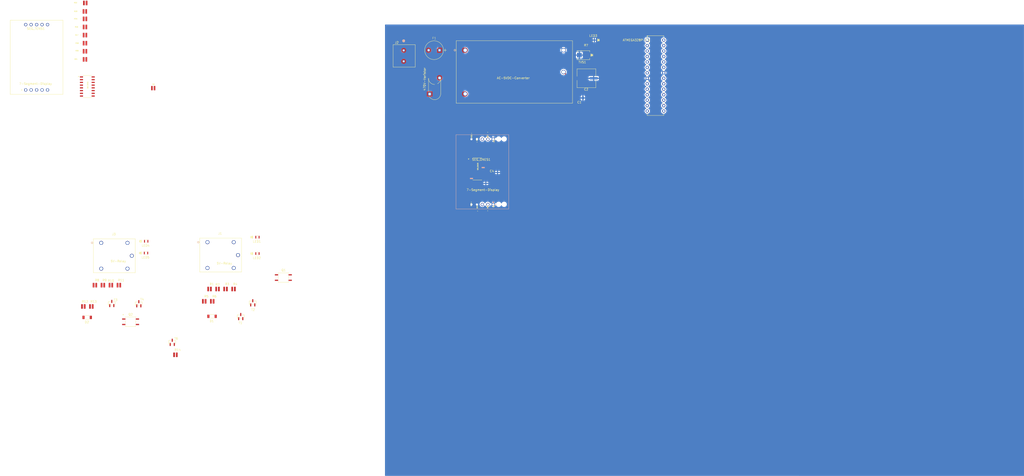
<source format=kicad_pcb>
(kicad_pcb (version 20221018) (generator pcbnew)
  (layers (0 "F.Cu" signal) (31 "B.Cu" signal) (34 "B.Paste" user) (35 "F.Paste" user) (36 "B.SilkS" user "B.Silkscreen") (37 "F.SilkS" user "F.Silkscreen") (38 "B.Mask" user) (39 "F.Mask" user) (44 "Edge.Cuts" user))
  (net 0 "")
  (net 1 "/RESET")
  (net 2 "Net-(D1-Pad2)")
  (net 3 "Net-(LED2-Pad2)")
  (net 4 "Net-(R3-Pad2)")
  (net 5 "Net-(Q1-Pad1)")
  (net 6 "Net-(LED1-Pad2)")
  (net 7 "Net-(Q1-Pad4)")
  (net 8 "/GND")
  (net 9 "/VCC")
  (net 10 "/OSC1")
  (net 11 "/OSC2")
  (net 12 "/SDA")
  (net 13 "/SCL")
  (net 14 "/NEUTRAL")
  (net 15 "/COM_INLET")
  (net 16 "/N{slash}O_INLET")
  (net 17 "/S_INLET")
  (net 18 "/INLET_VCC")
  (net 19 "/LIVE")
  (net 38 "Net-(LED3-Pad2)")
  (net 39 "Net-(D2-Pad2)")
  (net 40 "/COM_OUTLET")
  (net 41 "/N{slash}O_OUTLET")
  (net 42 "Net-(LED4-Pad2)")
  (net 43 "Net-(LED5-Pad2)")
  (net 44 "Net-(Q2-Pad1)")
  (net 45 "/S_OUTLET")
  (net 46 "Net-(Q2-Pad4)")
  (net 47 "Net-(R9-Pad2)")
  (net 48 "/OUTLET_VCC")
  (net 49 "/S_ADC")
  (net 50 "/ADC_VCC")
  (net 51 "/T6")
  (net 52 "Net-(SR_TENS1-QB)")
  (net 53 "/T4")
  (net 54 "Net-(SR_TENS1-QC)")
  (net 55 "/T2")
  (net 56 "Net-(SR_TENS1-QD)")
  (net 57 "/T1")
  (net 58 "Net-(SR_TENS1-QE)")
  (net 59 "/T9")
  (net 60 "Net-(SR_TENS1-QF)")
  (net 61 "/T10")
  (net 62 "Net-(SR_TENS1-QG)")
  (net 63 "/T5")
  (net 64 "Net-(SR_TENS1-QH)")
  (net 65 "/T7")
  (net 66 "Net-(SR_TENS1-QA)")
  (net 67 "/O6")
  (net 68 "Net-(SR_ONES1-QB)")
  (net 69 "/O4")
  (net 70 "Net-(SR_ONES1-QC)")
  (net 71 "/O2")
  (net 72 "Net-(SR_ONES1-QD)")
  (net 73 "/O1")
  (net 74 "Net-(SR_ONES1-QE)")
  (net 75 "/O9")
  (net 76 "Net-(SR_ONES1-QF)")
  (net 77 "/O10")
  (net 78 "Net-(SR_ONES1-QG)")
  (net 79 "/O5")
  (net 80 "Net-(SR_ONES1-QH)")
  (net 81 "/O7")
  (net 82 "Net-(SR_ONES1-QA)")
  (net 83 "/SER")
  (net 84 "/CLK")
  (net 85 "/LATCH")
  (net 86 "/DATA")
  (net 87 "Net-(SR_TENS1-VCC)")
  (net 88 "Net-(SR_ONES1-VCC)")
  (footprint "pPSI:1kohm resistor" (layer "F.Cu") (at -74.1094 123.063)
    (fp_text reference "R3" (at 0.762 -2.286) (layer "F.SilkS"))
    (fp_text value "1k" hide)
    (pad "1" smd rect (at -0.6223 0) (size 0.8128 2.1082) (layers "F.Cu" "F.Paste" "F.Mask") (net 7 "Net-(Q1-Pad4)"))
    (pad "2" smd rect (at 0.6223 0) (size 0.8128 2.1082) (layers "F.Cu" "F.Paste" "F.Mask") (net 4 "Net-(R3-Pad2)"))
  )
  (footprint "pPSI:2.2kohm resisitor" (layer "F.Cu") (at -81.545 123.063)
    (fp_text reference "R1" (at 1.016 -2.286) (layer "F.SilkS"))
    (fp_text value "2.2k" hide)
    (pad "1" smd rect (at -0.6223 0) (size 0.8128 2.1082) (layers "F.Cu" "F.Paste" "F.Mask") (net 2 "Net-(D1-Pad2)"))
    (pad "2" smd rect (at 0.6223 0) (size 0.8128 2.1082) (layers "F.Cu" "F.Paste" "F.Mask") (net 3 "Net-(LED2-Pad2)"))
  )
  (footprint "pPSI:100ohm resistor" (layer "F.Cu") (at 47.752 48.2755 90)
    (fp_text reference "R27" (at -3.683 0 90) (layer "F.SilkS") (effects (font (size 0.5 0.5) (thickness 0.125))))
    (fp_text value "100" hide)
    (pad "1" smd rect (at -0.6195 0 90) (size 0.8072 2.1082) (layers "F.Cu" "F.Paste" "F.Mask") (net 75 "/O9"))
    (pad "2" smd rect (at 0.6195 0 90) (size 0.8072 2.1082) (layers "F.Cu" "F.Paste" "F.Mask") (net 76 "Net-(SR_ONES1-QF)"))
  )
  (footprint "pPSI:NPN Transistor" (layer "F.Cu") (at -114.427 129.921)
    (fp_text reference "T4" (at 1.524 -2.032) (layer "F.SilkS"))
    (fp_text value "NPN-Transistor" hide)
    (pad "1" smd rect (at -0.9525 0.9652) (size 0.5588 1.4224) (layers "F.Cu" "F.Paste" "F.Mask") (net 45 "/S_OUTLET"))
    (pad "2" smd rect (at 0.9525 0.9652) (size 0.5588 1.4224) (layers "F.Cu" "F.Paste" "F.Mask") (net 48 "/OUTLET_VCC"))
    (pad "3" smd rect (at 0 -0.9652) (size 0.5588 1.4224) (layers "F.Cu" "F.Paste" "F.Mask") (net 9 "/VCC"))
  )
  (footprint "pPSI:PNP Transistor" (layer "F.Cu") (at -67.056 135.89)
    (fp_text reference "T1" (at -0.127 2.921) (layer "F.SilkS"))
    (fp_text value "PNP-Transistor" hide)
    (pad "1" smd rect (at -0.9525 0.9652) (size 0.5588 1.4224) (layers "F.Cu" "F.Paste" "F.Mask") (net 4 "Net-(R3-Pad2)"))
    (pad "2" smd rect (at 0.9525 0.9652) (size 0.5588 1.4224) (layers "F.Cu" "F.Paste" "F.Mask") (net 18 "/INLET_VCC"))
    (pad "3" smd rect (at 0 -0.9652) (size 0.5588 1.4224) (layers "F.Cu" "F.Paste" "F.Mask") (net 2 "Net-(D1-Pad2)"))
  )
  (footprint "pPSI:1kohm resistor" (layer "F.Cu") (at -70.3916 123.063)
    (fp_text reference "R4" (at 0.762 -2.286) (layer "F.SilkS"))
    (fp_text value "1k" hide)
    (pad "1" smd rect (at -0.6223 0) (size 0.8128 2.1082) (layers "F.Cu" "F.Paste" "F.Mask") (net 5 "Net-(Q1-Pad1)"))
    (pad "2" smd rect (at 0.6223 0) (size 0.8128 2.1082) (layers "F.Cu" "F.Paste" "F.Mask") (net 8 "/GND"))
  )
  (footprint "pPSI:small signal diode" (layer "F.Cu") (at -138.43 136.271)
    (fp_text reference "D2" (at -0.127 2.2225) (layer "F.SilkS"))
    (fp_text value "Small-Signal-Diode" hide)
    (pad "1" smd rect (at -1.7018 0) (size 1.016 1.5494) (layers "F.Cu" "F.Paste" "F.Mask") (net 8 "/GND"))
    (pad "2" smd rect (at 1.7018 0) (size 1.016 1.5494) (layers "F.Cu" "F.Paste" "F.Mask") (net 39 "Net-(D2-Pad2)"))
  )
  (footprint "pPSI:100ohm resistor" (layer "F.Cu") (at 40.132 80.7565 90)
    (fp_text reference "R29" (at -3.048 0 90) (layer "F.SilkS") (effects (font (size 0.5 0.5) (thickness 0.125))))
    (fp_text value "100" hide)
    (pad "1" smd rect (at -0.6195 0 90) (size 0.8072 2.1082) (layers "F.Cu" "F.Paste" "F.Mask") (net 79 "/O5"))
    (pad "2" smd rect (at 0.6195 0 90) (size 0.8072 2.1082) (layers "F.Cu" "F.Paste" "F.Mask") (net 80 "Net-(SR_ONES1-QH)"))
  )
  (footprint "pPSI:1kohm resistor" (layer "F.Cu") (at -140.208 131.191)
    (fp_text reference "R12" (at 0.762 -2.286) (layer "F.SilkS"))
    (fp_text value "1k" hide)
    (pad "1" smd rect (at -0.6223 0) (size 0.8128 2.1082) (layers "F.Cu" "F.Paste" "F.Mask") (net 44 "Net-(Q2-Pad1)"))
    (pad "2" smd rect (at 0.6223 0) (size 0.8128 2.1082) (layers "F.Cu" "F.Paste" "F.Mask") (net 8 "/GND"))
  )
  (footprint "pPSI:100ohm resistor" (layer "F.Cu") (at 42.799 56.5305 -90)
    (fp_text reference "R30" (at -3.1242 0 90) (layer "F.SilkS") (effects (font (size 0.5 0.5) (thickness 0.125))))
    (fp_text value "100" hide)
    (pad "1" smd rect (at -0.6195 0 270) (size 0.8072 2.1082) (layers "F.Cu" "F.Paste" "F.Mask") (net 81 "/O7"))
    (pad "2" smd rect (at 0.6195 0 270) (size 0.8072 2.1082) (layers "F.Cu" "F.Paste" "F.Mask") (net 82 "Net-(SR_ONES1-QA)"))
  )
  (footprint "pPSI:10kohm resistor" (layer "F.Cu") (at -77.8272 123.063)
    (fp_text reference "R2" (at 0 -2.032) (layer "F.SilkS"))
    (fp_text value "10k" hide)
    (pad "1" smd rect (at -0.6223 0) (size 0.8128 2.1082) (layers "F.Cu" "F.Paste" "F.Mask") (net 7 "Net-(Q1-Pad4)"))
    (pad "2" smd rect (at 0.6223 0) (size 0.8128 2.1082) (layers "F.Cu" "F.Paste" "F.Mask") (net 18 "/INLET_VCC"))
  )
  (footprint "pPSI:2.2kohm resisitor" (layer "F.Cu") (at -123.6825 121.2734)
    (fp_text reference "R11" (at 1.016 -2.286) (layer "F.SilkS"))
    (fp_text value "2.2k" hide)
    (pad "1" smd rect (at -0.6223 0) (size 0.8128 2.1082) (layers "F.Cu" "F.Paste" "F.Mask") (net 43 "Net-(LED5-Pad2)"))
    (pad "2" smd rect (at 0.6223 0) (size 0.8128 2.1082) (layers "F.Cu" "F.Paste" "F.Mask") (net 48 "/OUTLET_VCC"))
  )
  (footprint "pPSI:ATMEGA328P-PU" (layer "F.Cu") (at 121.92 7.239)
    (fp_text reference "p1" hide)
    (fp_text value "ATMEGA328P-PU" (at -5.08 0) (layer "F.SilkS"))
    (fp_text user "*" (at 0 -1.524) (layer "F.SilkS"))
    (pad "1" thru_hole rect (at 0 0) (size 1.524 1.524) (drill 0.8128) (layers "*.Cu" "*.Mask") (net 1 "/RESET"))
    (pad "2" thru_hole circle (at 0 2.54) (size 1.524 1.524) (drill 0.8128) (layers "*.Cu" "*.Mask"))
    (pad "3" thru_hole circle (at 0 5.08) (size 1.524 1.524) (drill 0.8128) (layers "*.Cu" "*.Mask"))
    (pad "4" thru_hole circle (at 0 7.62) (size 1.524 1.524) (drill 0.8128) (layers "*.Cu" "*.Mask"))
    (pad "5" thru_hole circle (at 0 10.16) (size 1.524 1.524) (drill 0.8128) (layers "*.Cu" "*.Mask"))
    (pad "6" thru_hole circle (at 0 12.7) (size 1.524 1.524) (drill 0.8128) (layers "*.Cu" "*.Mask"))
    (pad "7" thru_hole circle (at 0 15.24) (size 1.524 1.524) (drill 0.8128) (layers "*.Cu" "*.Mask") (net 9 "/VCC"))
    (pad "8" thru_hole circle (at 0 17.78) (size 1.524 1.524) (drill 0.8128) (layers "*.Cu" "*.Mask") (net 8 "/GND"))
    (pad "9" thru_hole circle (at 0 20.32) (size 1.524 1.524) (drill 0.8128) (layers "*.Cu" "*.Mask") (net 10 "/OSC1"))
    (pad "10" thru_hole circle (at 0 22.86) (size 1.524 1.524) (drill 0.8128) (layers "*.Cu" "*.Mask") (net 11 "/OSC2"))
    (pad "11" thru_hole circle (at 0 25.4) (size 1.524 1.524) (drill 0.8128) (layers "*.Cu" "*.Mask"))
    (pad "12" thru_hole circle (at 0 27.94) (size 1.524 1.524) (drill 0.8128) (layers "*.Cu" "*.Mask"))
    (pad "13" thru_hole circle (at 0 30.48) (size 1.524 1.524) (drill 0.8128) (layers "*.Cu" "*.Mask"))
    (pad "14" thru_hole circle (at 0 33.02) (size 1.524 1.524) (drill 0.8128) (layers "*.Cu" "*.Mask"))
    (pad "15" thru_hole circle (at 7.62 33.02) (size 1.524 1.524) (drill 0.8128) (layers "*.Cu" "*.Mask"))
    (pad "16" thru_hole circle (at 7.62 30.48) (size 1.524 1.524) (drill 0.8128) (layers "*.Cu" "*.Mask"))
    (pad "17" thru_hole circle (at 7.62 27.94) (size 1.524 1.524) (drill 0.8128) (layers "*.Cu" "*.Mask"))
    (pad "18" thru_hole circle (at 7.62 25.4) (size 1.524 1.524) (drill 0.8128) (layers "*.Cu" "*.Mask"))
    (pad "19" thru_hole circle (at 7.62 22.86) (size 1.524 1.524) (drill 0.8128) (layers "*.Cu" "*.Mask"))
    (pad "20" thru_hole circle (at 7.62 20.32) (size 1.524 1.524) (drill 0.8128) (layers "*.Cu" "*.Mask") (net 9 "/VCC"))
    (pad "21" thru_hole circle (at 7.62 17.78) (size 1.524 1.524) (drill 0.8128) (layers "*.Cu" "*.Mask") (net 9 "/VCC"))
    (pad "22" thru_hole circle (at 7.62 15.24) (size 1.524 1.524) (drill 0.8128) (layers "*.Cu" "*.Mask") (net 8 "/GND"))
    (pad "23" thru_hole circle (at 7.62 12.7) (size 1.524 1.524) (drill 0.8128) (layers "*.Cu" "*.Mask"))
    (pad "24" thru_hole circle (at 7.62 10.16) (size 1.524 1.524) (drill 0.8128) (layers "*.Cu" "*.Mask"))
    (pad "25" thru_hole circle (at 7.62 7.62) (size 1.524 1.524) (drill 0.8128) (layers "*.Cu" "*.Mask"))
    (pad "26" thru_hole circle (at 7.62 5.08) (size 1.524 1.524) (drill 0.8128) (layers "*.Cu" "*.Mask"))
    (pad "27" thru_hole circle (at 7.62 2.54) (size 1.524 1.524) (drill 0.8128) (layers "*.Cu" "*.Mask") (net 12 "/SDA"))
    (pad "28" thru_hole circle (at 7.62 0) (size 1.524 1.524) (drill 0.8128) (layers "*.Cu" "*.Mask") (net 13 "/SCL"))
  )
  (footprint "pPSI:small signal diode" (layer "F.Cu") (at -80.391 135.763)
    (fp_text reference "D1" (at -0.127 2.2225) (layer "F.SilkS"))
    (fp_text value "Small-Signal-Diode" hide)
    (pad "1" smd rect (at -1.7018 0) (size 1.016 1.5494) (layers "F.Cu" "F.Paste" "F.Mask") (net 8 "/GND"))
    (pad "2" smd rect (at 1.7018 0) (size 1.016 1.5494) (layers "F.Cu" "F.Paste" "F.Mask") (net 2 "Net-(D1-Pad2)"))
  )
  (footprint "pPSI:100ohm resistor" (layer "F.Cu") (at 47.752 88.5345 -90)
    (fp_text reference "R25" (at -3.683 0 90) (layer "F.SilkS") (effects (font (size 0.5 0.5) (thickness 0.125))))
    (fp_text value "100" hide)
    (pad "1" smd rect (at -0.6195 0 270) (size 0.8072 2.1082) (layers "F.Cu" "F.Paste" "F.Mask") (net 71 "/O2"))
    (pad "2" smd rect (at 0.6195 0 270) (size 0.8072 2.1082) (layers "F.Cu" "F.Paste" "F.Mask") (net 72 "Net-(SR_ONES1-QD)"))
  )
  (footprint "pPSI:2.2kohm resisitor" (layer "F.Cu") (at -97.409 153.67)
    (fp_text reference "R14" (at 1.016 -2.286) (layer "F.SilkS"))
    (fp_text value "2.2k" hide)
    (pad "1" smd rect (at -0.6223 0) (size 0.8128 2.1082) (layers "F.Cu" "F.Paste" "F.Mask") (net 8 "/GND"))
    (pad "2" smd rect (at 0.6223 0) (size 0.8128 2.1082) (layers "F.Cu" "F.Paste" "F.Mask") (net 49 "/S_ADC"))
  )
  (footprint "pPSI:8 bit shift register" (layer "F.Cu") (at 42.926 67.183)
    (fp_text reference "SR_ONES" (at 0.254 -1.143 90) (layer "F.SilkS") (effects (font (size 0.5 0.5) (thickness 0.125))))
    (fp_text value "8bit-Shift-Register" hide)
    (fp_text user "*" (at -4.064 -4.318) (layer "F.SilkS"))
    (pad "1" smd rect (at -2.721348 -4.445) (size 1.454899 0.558) (layers "F.Cu" "F.Paste" "F.Mask") (net 68 "Net-(SR_ONES1-QB)"))
    (pad "2" smd rect (at -2.721348 -3.175) (size 1.454899 0.558) (layers "F.Cu" "F.Paste" "F.Mask") (net 70 "Net-(SR_ONES1-QC)"))
    (pad "3" smd rect (at -2.721348 -1.905) (size 1.454899 0.558) (layers "F.Cu" "F.Paste" "F.Mask") (net 72 "Net-(SR_ONES1-QD)"))
    (pad "4" smd rect (at -2.721348 -0.635) (size 1.454899 0.558) (layers "F.Cu" "F.Paste" "F.Mask") (net 74 "Net-(SR_ONES1-QE)"))
    (pad "5" smd rect (at -2.721348 0.635) (size 1.454899 0.558) (layers "F.Cu" "F.Paste" "F.Mask") (net 76 "Net-(SR_ONES1-QF)"))
    (pad "6" smd rect (at -2.721348 1.905) (size 1.454899 0.558) (layers "F.Cu" "F.Paste" "F.Mask") (net 78 "Net-(SR_ONES1-QG)"))
    (pad "7" smd rect (at -2.721348 3.175) (size 1.454899 0.558) (layers "F.Cu" "F.Paste" "F.Mask") (net 80 "Net-(SR_ONES1-QH)"))
    (pad "8" smd rect (at -2.721348 4.445) (size 1.454899 0.558) (layers "B.Cu" "B.Adhes" "B.Paste" "B.SilkS" "B.Mask" "Eco1.User") (net 8 "/GND"))
    (pad "9" smd rect (at 2.721348 4.445) (size 1.454899 0.558) (layers "F.Cu" "F.Paste" "F.Mask") (net 8 "/GND"))
    (pad "10" smd rect (at 2.721348 3.175) (size 1.454899 0.558) (layers "F.Cu" "F.Paste" "F.Mask") (net 9 "/VCC"))
    (pad "11" smd rect (at 2.721348 1.905) (size 1.454899 0.558) (layers "F.Cu" "F.Paste" "F.Mask") (net 84 "/CLK"))
    (pad "12" smd rect (at 2.721348 0.635) (size 1.454899 0.558) (layers "F.Cu" "F.Paste" "F.Mask") (net 85 "/LATCH"))
    (pad "13" smd rect (at 2.721348 -0.635) (size 1.454899 0.558) (layers "B.Cu" "B.Adhes" "B.Paste" "B.SilkS" "B.Mask" "Eco1.User") (net 8 "/GND"))
    (pad "14" smd rect (at 2.721348 -1.905) (size 1.454899 0.558) (layers "F.Cu" "F.Paste" "F.Mask") (net 83 "/SER"))
    (pad "15" smd rect (at 2.721348 -3.175) (size 1.454899 0.558) (layers "F.Cu" "F.Paste" "F.Mask") (net 82 "Net-(SR_ONES1-QA)"))
    (pad "16" smd rect (at 2.721348 -4.445) (size 1.454899 0.558) (layers "F.Cu" "F.Paste" "F.Mask") (net 88 "Net-(SR_ONES1-VCC)"))
  )
  (footprint "pPSI:ac-dc converter" (layer "F.Cu") (at 37.2745 11.938)
    (fp_text reference "u1" hide)
    (fp_text value "AC-5VDC-Converter" (at 22.352 12.954) (layer "F.SilkS"))
    (pad "1" thru_hole circle (at 0 0) (size 2.0066 2.0066) (drill 1.4986) (layers "*.Cu" "*.Mask") (net 19 "/LIVE"))
    (pad "2" thru_hole circle (at 0 20.32) (size 2.0066 2.0066) (drill 1.4986) (layers "*.Cu" "*.Mask") (net 14 "/NEUTRAL"))
    (pad "3" thru_hole circle (at 45.72 0) (size 2.0066 2.0066) (drill 1.4986) (layers "*.Cu" "*.Mask") (net 8 "/GND"))
    (pad "4" thru_hole circle (at 45.72 10.16) (size 2.0066 2.0066) (drill 1.4986) (layers "*.Cu" "*.Mask") (net 9 "/VCC"))
  )
  (footprint "pPSI:green LED" (layer "F.Cu") (at -59.2887 98.933)
    (fp_text reference "LED1" (at -0.254 2.032 unlocked) (layer "F.SilkS"))
    (fp_text value "green led" hide)
    (pad "1" smd rect (at -0.7747 0) (size 0.4572 1.2446) (layers "F.Cu" "F.Paste" "F.Mask") (net 8 "/GND"))
    (pad "2" smd rect (at 0.7747 0) (size 0.4572 1.2446) (layers "F.Cu" "F.Paste" "F.Mask") (net 6 "Net-(LED1-Pad2)"))
  )
  (footprint "pPSI:2.2kohm resisitor" (layer "F.Cu") (at -80.2988 128.778)
    (fp_text reference "R6" (at 1.016 -2.286) (layer "F.SilkS"))
    (fp_text value "2.2k" hide)
    (pad "1" smd rect (at -0.6223 0) (size 0.8128 2.1082) (layers "F.Cu" "F.Paste" "F.Mask") (net 8 "/GND"))
    (pad "2" smd rect (at 0.6223 0) (size 0.8128 2.1082) (layers "F.Cu" "F.Paste" "F.Mask") (net 17 "/S_INLET"))
  )
  (footprint "pPSI:100ohm resistor" (layer "F.Cu") (at 40.259 48.768 90)
    (fp_text reference "R23" (at -3.175 0 90) (layer "F.SilkS") (effects (font (size 0.5 0.5) (thickness 0.125))))
    (fp_text value "100" hide)
    (pad "1" smd rect (at -0.6195 0 90) (size 0.8072 2.1082) (layers "F.Cu" "F.Paste" "F.Mask") (net 67 "/O6"))
    (pad "2" smd rect (at 0.6195 0 90) (size 0.8072 2.1082) (layers "F.Cu" "F.Paste" "F.Mask") (net 68 "Net-(SR_ONES1-QB)"))
  )
  (footprint "pPSI:1kohm resistor" (layer "F.Cu") (at -131.1181 121.2734)
    (fp_text reference "R9" (at 0.762 -2.286) (layer "F.SilkS"))
    (fp_text value "1k" hide)
    (pad "1" smd rect (at -0.6223 0) (size 0.8128 2.1082) (layers "F.Cu" "F.Paste" "F.Mask") (net 46 "Net-(Q2-Pad4)"))
    (pad "2" smd rect (at 0.6223 0) (size 0.8128 2.1082) (layers "F.Cu" "F.Paste" "F.Mask") (net 47 "Net-(R9-Pad2)"))
  )
  (footprint "pPSI:.1uF ceramic capacitor" (layer "F.Cu") (at -107.7242 29.591)
    (fp_text reference "C3" (at 0.127 -1.778) (layer "F.SilkS") (effects (font (size 0.5 0.5) (thickness 0.125))))
    (fp_text value ".1uF" hide)
    (pad "1" smd rect (at -0.6068 0) (size 0.731 2.0066) (layers "F.Cu" "F.Paste" "F.Mask") (net 87 "Net-(SR_TENS1-VCC)"))
    (pad "2" smd rect (at 0.6068 0) (size 0.731 2.0066) (layers "F.Cu" "F.Paste" "F.Mask") (net 9 "/VCC"))
  )
  (footprint "pPSI:NPN Transistor" (layer "F.Cu") (at -98.8695 147.8788)
    (fp_text reference "T6" (at 1.778 -1.778) (layer "F.SilkS"))
    (fp_text value "NPN-Transistor" hide)
    (pad "1" smd rect (at -0.9525 0.9652) (size 0.5588 1.4224) (layers "F.Cu" "F.Paste" "F.Mask") (net 49 "/S_ADC"))
    (pad "2" smd rect (at 0.9525 0.9652) (size 0.5588 1.4224) (layers "F.Cu" "F.Paste" "F.Mask") (net 50 "/ADC_VCC"))
    (pad "3" smd rect (at 0 -0.9652) (size 0.5588 1.4224) (layers "F.Cu" "F.Paste" "F.Mask") (net 9 "/VCC"))
  )
  (footprint "pPSI:FUSE" (layer "F.Cu") (at 25.355 11.938 180)
    (fp_text reference "F1" (at 2.495 5.588 unlocked) (layer "F.SilkS") (effects (font (thickness 0.1))))
    (fp_text value "FUSE" hide)
    (pad "1" thru_hole rect (at 0 0 180) (size 1.4732 1.4732) (drill 0.9652) (layers "*.Cu" "*.Mask") (net 19 "/LIVE"))
    (pad "2" thru_hole circle (at 5.08 0 180) (size 1.4732 1.4732) (drill 0.9652) (layers "*.Cu" "*.Mask") (net 19 "/LIVE"))
  )
  (footprint "pPSI:100ohm resistor" (layer "F.Cu") (at -139.446 8.6774)
    (fp_text reference "R18" (at -3.683 0) (layer "F.SilkS") (effects (font (size 0.5 0.5) (thickness 0.125))))
    (fp_text value "100" hide)
    (pad "1" smd rect (at -0.6195 0) (size 0.8072 2.1082) (layers "F.Cu" "F.Paste" "F.Mask") (net 57 "/T1"))
    (pad "2" smd rect (at 0.6195 0) (size 0.8072 2.1082) (layers "F.Cu" "F.Paste" "F.Mask") (net 58 "Net-(SR_TENS1-QE)"))
  )
  (footprint "pPSI:7 segment display" (layer "F.Cu") (at -178.69735 11.643995)
    (fp_text reference "SEG_TENS1" (at 16.39135 -9.738995) (layer "F.SilkS"))
    (fp_text value "7-Segment-Display" (at 16.26435 15.915005) (layer "F.SilkS"))
    (fp_text user "*" (at 10.1727 18.796 90) (layer "F.SilkS"))
    (pad "1" thru_hole circle (at 11.684 18.796 90) (size 1.4986 1.4986) (drill 0.9906) (layers "*.Cu" "*.Mask") (net 57 "/T1"))
    (pad "2" thru_hole circle (at 14.224 18.796 90) (size 1.4986 1.4986) (drill 0.9906) (layers "*.Cu" "*.Mask") (net 55 "/T2"))
    (pad "3" thru_hole circle (at 16.764 18.796 90) (size 1.4986 1.4986) (drill 0.9906) (layers "*.Cu" "*.Mask") (net 8 "/GND"))
    (pad "4" thru_hole circle (at 19.304 18.796 90) (size 1.4986 1.4986) (drill 0.9906) (layers "*.Cu" "*.Mask") (net 53 "/T4"))
    (pad "5" thru_hole circle (at 21.844 18.796 90) (size 1.4986 1.4986) (drill 0.9906) (layers "*.Cu" "*.Mask") (net 63 "/T5"))
    (pad "6" thru_hole circle (at 21.844 -11.60399 90) (size 1.4986 1.4986) (drill 0.9906) (layers "*.Cu" "*.Mask") (net 51 "/T6"))
    (pad "7" thru_hole circle (at 19.304 -11.60399 90) (size 1.4986 1.4986) (drill 0.9906) (layers "*.Cu" "*.Mask") (net 65 "/T7"))
    (pad "8" thru_hole circle (at 16.764 -11.60399 90) (size 1.4986 1.4986) (drill 0.9906) (layers "*.Cu" "*.Mask") (net 8 "/GND"))
    (pad "9" thru_hole circle (at 14.224 -11.60399 90) (size 1.4986 1.4986) (drill 0.9906) (layers "*.Cu" "*.Mask") (net 59 "/T9"))
    (pad "10" thru_hole circle (at 11.684 -11.60399 90) (size 1.4986 1.4986) (drill 0.9906) (layers "*.Cu" "*.Mask") (net 61 "/T10"))
  )
  (footprint "pPSI:100ohm resistor" (layer "F.Cu") (at -139.446 4.9088)
    (fp_text reference "R17" (at -3.81 0) (layer "F.SilkS") (effects (font (size 0.5 0.5) (thickness 0.125))))
    (fp_text value "100" hide)
    (pad "1" smd rect (at -0.6195 0) (size 0.8072 2.1082) (layers "F.Cu" "F.Paste" "F.Mask") (net 55 "/T2"))
    (pad "2" smd rect (at 0.6195 0) (size 0.8072 2.1082) (layers "F.Cu" "F.Paste" "F.Mask") (net 56 "Net-(SR_TENS1-QD)"))
  )
  (footprint "pPSI:2-pin-terminal-block" (layer "F.Cu") (at 8.6938 12.0269 -90)
    (fp_text reference "J2" (at -3.6449 3.2328 unlocked) (layer "F.SilkS"))
    (fp_text value "terminal block" hide)
    (pad "1" thru_hole circle (at 0 0 270) (size 1.3208 1.3208) (drill 0.8128) (layers "*.Cu" "*.Mask") (net 19 "/LIVE"))
    (pad "2" thru_hole circle (at 5.08 0 270) (size 1.3208 1.3208) (drill 0.8128) (layers "*.Cu" "*.Mask") (net 14 "/NEUTRAL"))
  )
  (footprint "pPSI:100ohm resistor" (layer "F.Cu") (at -139.446 12.446)
    (fp_text reference "R20" (at -3.683 -0.254) (layer "F.SilkS") (effects (font (size 0.5 0.5) (thickness 0.125))))
    (fp_text value "100" hide)
    (pad "1" smd rect (at -0.6195 0) (size 0.8072 2.1082) (layers "F.Cu" "F.Paste" "F.Mask") (net 61 "/T10"))
    (pad "2" smd rect (at 0.6195 0) (size 0.8072 2.1082) (layers "F.Cu" "F.Paste" "F.Mask") (net 62 "Net-(SR_TENS1-QG)"))
  )
  (footprint "pPSI:100ohm resistor" (layer "F.Cu") (at 50.546 81.026 90)
    (fp_text reference "R26" (at -3.302 0 90) (layer "F.SilkS") (effects (font (size 0.5 0.5) (thickness 0.125))))
    (fp_text value "100" hide)
    (pad "1" smd rect (at -0.6195 0 90) (size 0.8072 2.1082) (layers "F.Cu" "F.Paste" "F.Mask") (net 73 "/O1"))
    (pad "2" smd rect (at 0.6195 0 90) (size 0.8072 2.1082) (layers "F.Cu" "F.Paste" "F.Mask") (net 74 "Net-(SR_ONES1-QE)"))
  )
  (footprint "pPSI:NPN Transistor" (layer "F.Cu") (at -61.4713 129.4853)
    (fp_text reference "T2" (at 0.1303 3.2297) (layer "F.SilkS"))
    (fp_text value "NPN-Transistor" hide)
    (pad "1" smd rect (at -0.9525 0.9652) (size 0.5588 1.4224) (layers "F.Cu" "F.Paste" "F.Mask") (net 17 "/S_INLET"))
    (pad "2" smd rect (at 0.9525 0.9652) (size 0.5588 1.4224) (layers "F.Cu" "F.Paste" "F.Mask") (net 18 "/INLET_VCC"))
    (pad "3" smd rect (at 0 -0.9652) (size 0.5588 1.4224) (layers "F.Cu" "F.Paste" "F.Mask") (net 9 "/VCC"))
  )
  (footprint "pPSI:1uF ceramic capacitor" (layer "F.Cu") (at 91.1205 34.163 180)
    (fp_text reference "C1" (at 0.762 -2.032) (layer "F.SilkS"))
    (fp_text value "1uF-Ceramic-Capacitor" hide)
    (pad "1" smd rect (at -0.8735 0 180) (size 1.0612 1.3462) (layers "B.Cu" "B.Adhes" "B.Mask") (net 8 "/GND"))
    (pad "2" smd rect (at 0.8735 0 180) (size 1.0612 1.3462) (layers "F.Cu" "F.Paste" "F.Mask") (net 9 "/VCC"))
  )
  (footprint "pPSI:5V Relay" (layer "F.Cu") (at -119.693499 113.584498)
    (fp_text reference "J3" (at -6.35 -16.002) (layer "F.SilkS"))
    (fp_text value "5V-Relay" (at -4.258501 -3.475498) (layer "F.SilkS"))
    (pad "1" thru_hole circle (at -12.200001 -11.999997) (size 1.8034 1.8034) (drill 1.2954) (layers "*.Cu" "*.Mask") (net 39 "Net-(D2-Pad2)"))
    (pad "2" thru_hole circle (at -12.200001 -0.000001) (size 1.8034 1.8034) (drill 1.2954) (layers "*.Cu" "*.Mask") (net 8 "/GND"))
    (pad "3" thru_hole circle (at 0 -11.999997) (size 1.8034 1.8034) (drill 1.2954) (layers "*.Cu" "*.Mask") (net 40 "/COM_OUTLET"))
    (pad "4" thru_hole circle (at 0 -0.000001) (size 1.8034 1.8034) (drill 1.2954) (layers "*.Cu" "*.Mask") (net 41 "/N{slash}O_OUTLET"))
    (pad "5" thru_hole circle (at 2 -6.000001) (size 1.8034 1.8034) (drill 1.2954) (layers "*.Cu" "*.Mask") (net 8 "/GND"))
  )
  (footprint "pPSI:10kohm resistor" (layer "F.Cu") (at -127.4003 121.2734)
    (fp_text reference "R10" (at 0 -2.032) (layer "F.SilkS"))
    (fp_text value "10k" hide)
    (pad "1" smd rect (at -0.6223 0) (size 0.8128 2.1082) (layers "F.Cu" "F.Paste" "F.Mask") (net 46 "Net-(Q2-Pad4)"))
    (pad "2" smd rect (at 0.6223 0) (size 0.8128 2.1082) (layers "F.Cu" "F.Paste" "F.Mask") (net 48 "/OUTLET_VCC"))
  )
  (footprint "pPSI:100ohm resistor" (layer "F.Cu") (at -139.4968 -6.096)
    (fp_text reference "R19" (at -4.2672 0) (layer "F.SilkS") (effects (font (size 0.5 0.5) (thickness 0.125))))
    (fp_text value "100" hide)
    (pad "1" smd rect (at -0.6195 0) (size 0.8072 2.1082) (layers "F.Cu" "F.Paste" "F.Mask") (net 59 "/T9"))
    (pad "2" smd rect (at 0.6195 0) (size 0.8072 2.1082) (layers "F.Cu" "F.Paste" "F.Mask") (net 60 "Net-(SR_TENS1-QF)"))
  )
  (footprint "pPSI:green LED" (layer "F.Cu") (at 96.5581 7.239 180)
    (fp_text reference "LED3" (at -0.254 2.032 180) (layer "F.SilkS"))
    (fp_text value "green led" hide)
    (pad "1" smd rect (at -0.7747 0 180) (size 0.4572 1.2446) (layers "B.Cu" "B.Adhes" "B.Mask") (net 8 "/GND"))
    (pad "2" smd rect (at 0.7747 0 180) (size 0.4572 1.2446) (layers "F.Cu" "F.Paste" "F.Mask") (net 38 "Net-(LED3-Pad2)"))
  )
  (footprint "pPSI:red LED" (layer "F.Cu") (at -110.998 100.838)
    (fp_text reference "LED4" (at -0.254 2.032 unlocked) (layer "F.SilkS"))
    (fp_text value "red led" hide)
    (pad "1" smd rect (at -0.7747 0) (size 0.4572 1.2446) (layers "F.Cu" "F.Paste" "F.Mask") (net 8 "/GND"))
    (pad "2" smd rect (at 0.7747 0) (size 0.4572 1.2446) (layers "F.Cu" "F.Paste" "F.Mask") (net 42 "Net-(LED4-Pad2)"))
  )
  (footprint "pPSI:2.2kohm resisitor" (layer "F.Cu") (at -134.8359 121.2734)
    (fp_text reference "R8" (at 1.016 -2.286) (layer "F.SilkS"))
    (fp_text value "2.2k" hide)
    (pad "1" smd rect (at -0.6223 0) (size 0.8128 2.1082) (layers "F.Cu" "F.Paste" "F.Mask") (net 39 "Net-(D2-Pad2)"))
    (pad "2" smd rect (at 0.6223 0) (size 0.8128 2.1082) (layers "F.Cu" "F.Paste" "F.Mask") (net 42 "Net-(LED4-Pad2)"))
  )
  (footprint "pPSI:optocoupler" (layer "F.Cu") (at -118.237 138.303)
    (fp_text reference "Q2" (at 0 -3.429) (layer "F.SilkS"))
    (fp_text value "OPTOCOUPLER" hide)
    (fp_text user "*" (at -3.429 -2.9718) (layer "F.SilkS"))
    (pad "1" smd rect (at -3.175 -1.27) (size 1.5494 0.5588) (layers "F.Cu" "F.Paste" "F.Mask") (net 44 "Net-(Q2-Pad1)"))
    (pad "2" smd rect (at -3.175 1.27) (size 1.5494 0.5588) (layers "F.Cu" "F.Paste" "F.Mask") (net 45 "/S_OUTLET"))
    (pad "3" smd rect (at 3.175 1.27) (size 1.5494 0.5588) (layers "F.Cu" "F.Paste" "F.Mask") (net 8 "/GND"))
    (pad "4" smd rect (at 3.175 -1.27) (size 1.5494 0.5588) (layers "F.Cu" "F.Paste" "F.Mask") (net 46 "Net-(Q2-Pad4)"))
  )
  (footprint "pPSI:green LED" (layer "F.Cu") (at -111.0793 106.3166)
    (fp_text reference "LED5" (at -0.254 2.032 unlocked) (layer "F.SilkS"))
    (fp_text value "green led" hide)
    (pad "1" smd rect (at -0.7747 0) (size 0.4572 1.2446) (layers "F.Cu" "F.Paste" "F.Mask") (net 8 "/GND"))
    (pad "2" smd rect (at 0.7747 0) (size 0.4572 1.2446) (layers "F.Cu" "F.Paste" "F.Mask") (net 43 "Net-(LED5-Pad2)"))
  )
  (footprint "pPSI:100ohm resistor" (layer "F.Cu") (at 50.673 56.769 -90)
    (fp_text reference "R28" (at -2.921 0 90) (layer "F.SilkS") (effects (font (size 0.5 0.5) (thickness 0.125))))
    (fp_text value "100" hide)
    (pad "1" smd rect (at -0.6195 0 270) (size 0.8072 2.1082) (layers "F.Cu" "F.Paste" "F.Mask") (net 77 "/O10"))
    (pad "2" smd rect (at 0.6195 0 270) (size 0.8072 2.1082) (layers "F.Cu" "F.Paste" "F.Mask") (net 78 "Net-(SR_ONES1-QG)"))
  )
  (footprint "pPSI:.1uF ceramic capacitor" (layer "F.Cu") (at 48.9232 70.485)
    (fp_text reference "C4" (at 0.762 -2.286) (layer "F.SilkS"))
    (fp_text value ".1uF" hide)
    (pad "1" smd rect (at -0.6068 0) (size 0.731 2.0066) (layers "F.Cu" "F.Paste" "F.Mask") (net 88 "Net-(SR_ONES1-VCC)"))
    (pad "2" smd rect (at 0.6068 0) (size 0.731 2.0066) (layers "F.Cu" "F.Paste" "F.Mask") (net 9 "/VCC"))
  )
  (footprint "pPSI:220uF electrolytic capacitor" (layer "F.Cu") (at 93.645 25.019)
    (fp_text reference "C2" (at -0.13 5.18) (layer "F.SilkS"))
    (fp_text value "220uF-Electrolytic-Capacitor" hide)
    (pad "1" smd rect (at -3.348 0) (size 3.803599 1.161999) (layers "F.Cu" "F.Paste" "F.Mask") (net 9 "/VCC"))
    (pad "2" smd rect (at 3.348 0) (size 3.803599 1.161999) (layers "B.Cu" "B.Paste" "B.Mask") (net 8 "/GND"))
  )
  (footprint "pPSI:100ohm resistor" (layer "F.Cu") (at 43.053 88.6615 -90)
    (fp_text reference "R24" (at -3.81 0.127 90) (layer "F.SilkS") (effects (font (size 0.5 0.5) (thickness 0.125))))
    (fp_text value "100" hide)
    (pad "1" smd rect (at -0.6195 0 270) (size 0.8072 2.1082) (layers "F.Cu" "F.Paste" "F.Mask") (net 69 "/O4"))
    (pad "2" smd rect (at 0.6195 0 270) (size 0.8072 2.1082) (layers "F.Cu" "F.Paste" "F.Mask") (net 70 "Net-(SR_ONES1-QC)"))
  )
  (footprint "pPSI:PNP Transistor" (layer "F.Cu") (at -127 129.794)
    (fp_text reference "T3" (at 1.778 -1.651) (layer "F.SilkS"))
    (fp_text value "PNP-Transistor" hide)
    (pad "1" smd rect (at -0.9525 0.9652) (size 0.5588 1.4224) (layers "F.Cu" "F.Paste" "F.Mask") (net 47 "Net-(R9-Pad2)"))
    (pad "2" smd rect (at 0.9525 0.9652) (size 0.5588 1.4224) (layers "F.Cu" "F.Paste" "F.Mask") (net 48 "/OUTLET_VCC"))
    (pad "3" smd rect (at 0 -0.9652) (size 0.5588 1.4224) (layers "F.Cu" "F.Paste" "F.Mask") (net 39 "Net-(D2-Pad2)"))
  )
  (footprint "pPSI:red LED" (layer "F.Cu") (at -59.2887 106.5706)
    (fp_text reference "LED2" (at -0.254 2.032 unlocked) (layer "F.SilkS"))
    (fp_text value "red led" hide)
    (pad "1" smd rect (at -0.7747 0) (size 0.4572 1.2446) (layers "F.Cu" "F.Paste" "F.Mask") (net 8 "/GND"))
    (pad "2" smd rect (at 0.7747 0) (size 0.4572 1.2446) (layers "F.Cu" "F.Paste" "F.Mask") (net 3 "Net-(LED2-Pad2)"))
  )
  (footprint "pPSI:100ohm resistor" (layer "F.Cu") (at -139.319 -10.033)
    (fp_text reference "R22" (at -4.5057 -0.127) (layer "F.SilkS") (effects (font (size 0.5 0.5) (thickness 0.125))))
    (fp_text value "100" hide)
    (pad "1" smd rect (at -0.6195 0) (size 0.8072 2.1082) (layers "F.Cu" "F.Paste" "F.Mask") (net 65 "/T7"))
    (pad "2" smd rect (at 0.6195 0) (size 0.8072 2.1082) (layers "F.Cu" "F.Paste" "F.Mask") (net 66 "Net-(SR_TENS1-QA)"))
  )
  (footprint "pPSI:5V Relay" (layer "F.Cu") (at -70.312599 113.276897)
    (fp_text reference "J1" (at -6.35 -16.002) (layer "F.SilkS"))
    (fp_text value "5V-Relay" (at -4.363401 -2.151897) (layer "F.SilkS"))
    (pad "1" thru_hole circle (at -12.200001 -11.999997) (size 1.8034 1.8034) (drill 1.2954) (layers "*.Cu" "*.Mask") (net 2 "Net-(D1-Pad2)"))
    (pad "2" thru_hole circle (at -12.200001 -0.000001) (size 1.8034 1.8034) (drill 1.2954) (layers "*.Cu" "*.Mask") (net 8 "/GND"))
    (pad "3" thru_hole circle (at 0 -11.999997) (size 1.8034 1.8034) (drill 1.2954) (layers "*.Cu" "*.Mask") (net 15 "/COM_INLET"))
    (pad "4" thru_hole circle (at 0 -0.000001) (size 1.8034 1.8034) (drill 1.2954) (layers "*.Cu" "*.Mask") (net 16 "/N{slash}O_INLET"))
    (pad "5" thru_hole circle (at 2 -6.000001) (size 1.8034 1.8034) (drill 1.2954) (layers "*.Cu" "*.Mask") (net 8 "/GND"))
  )
  (footprint "pPSI:8 bit shift register" (layer "F.Cu") (at -138.357348 28.829)
    (fp_text reference "SR_TENS" (at 0.181348 -0.635 90) (layer "F.SilkS") (effects (font (size 0.5 0.5) (thickness 0.125))))
    (fp_text value "8bit-Shift-Register" hide)
    (fp_text user "*" (at -4.064 -4.318) (layer "F.SilkS"))
    (pad "1" smd rect (at -2.721348 -4.445) (size 1.454899 0.558) (layers "F.Cu" "F.Paste" "F.Mask") (net 52 "Net-(SR_TENS1-QB)"))
    (pad "2" smd rect (at -2.721348 -3.175) (size 1.454899 0.558) (layers "F.Cu" "F.Paste" "F.Mask") (net 54 "Net-(SR_TENS1-QC)"))
    (pad "3" smd rect (at -2.721348 -1.905) (size 1.454899 0.558) (layers "F.Cu" "F.Paste" "F.Mask") (net 56 "Net-(SR_TENS1-QD)"))
    (pad "4" smd rect (at -2.721348 -0.635) (size 1.454899 0.558) (layers "F.Cu" "F.Paste" "F.Mask") (net 58 "Net-(SR_TENS1-QE)"))
    (pad "5" smd rect (at -2.721348 0.635) (size 1.454899 0.558) (layers "F.Cu" "F.Paste" "F.Mask") (net 60 "Net-(SR_TENS1-QF)"))
    (pad "6" smd rect (at -2.721348 1.905) (size 1.454899 0.558) (layers "F.Cu" "F.Paste" "F.Mask") (net 62 "Net-(SR_TENS1-QG)"))
    (pad "7" smd rect (at -2.721348 3.175) (size 1.454899 0.558) (layers "F.Cu" "F.Paste" "F.Mask") (net 64 "Net-(SR_TENS1-QH)"))
    (pad "8" smd rect (at -2.721348 4.445) (size 1.454899 0.558) (layers "F.Cu" "F.Paste" "F.Mask") (net 8 "/GND"))
    (pad "9" smd rect (at 2.721348 4.445) (size 1.454899 0.558) (layers "F.Cu" "F.Paste" "F.Mask") (net 83 "/SER"))
    (pad "10" smd rect (at 2.721348 3.175) (size 1.454899 0.558) (layers "F.Cu" "F.Paste" "F.Mask") (net 9 "/VCC"))
    (pad "11" smd rect (at 2.721348 1.905) (size 1.454899 0.558) (layers "F.Cu" "F.Paste" "F.Mask") (net 84 "/CLK"))
    (pad "12" smd rect (at 2.721348 0.635) (size 1.454899 0.558) (layers "F.Cu" "F.Paste" "F.Mask") (net 85 "/LATCH"))
    (pad "13" smd rect (at 2.721348 -0.635) (size 1.454899 0.558) (layers "F.Cu" "F.Paste" "F.Mask") (net 8 "/GND"))
    (pad "14" smd rect (at 2.721348 -1.905) (size 1.454899 0.558) (layers "F.Cu" "F.Paste" "F.Mask") (net 86 "/DATA"))
    (pad "15" smd rect (at 2.721348 -3.175) (size 1.454899 0.558) (layers "F.Cu" "F.Paste" "F.Mask") (net 66 "Net-(SR_TENS1-QA)"))
    (pad "16" smd rect (at 2.721348 -4.445) (size 1.454899 0.558) (layers "F.Cu" "F.Paste" "F.Mask") (net 87 "Net-(SR_TENS1-VCC)"))
  )
  (footprint "pPSI:optocoupler" (layer "F.Cu") (at -47.244 117.729)
    (fp_text reference "Q1" (at 0.127 -3.429) (layer "F.SilkS"))
    (fp_text value "OPTOCOUPLER" hide)
    (pad "1" smd rect (at -3.175 -1.27) (size 1.5494 0.5588) (layers "F.Cu" "F.Paste" "F.Mask") (net 5 "Net-(Q1-Pad1)"))
    (pad "2" smd rect (at -3.175 1.27) (size 1.5494 0.5588) (layers "F.Cu" "F.Paste" "F.Mask") (net 17 "/S_INLET"))
    (pad "3" smd rect (at 3.175 1.27) (size 1.5494 0.5588) (layers "F.Cu" "F.Paste" "F.Mask") (net 8 "/GND"))
    (pad "4" smd rect (at 3.175 -1.27) (size 1.5494 0.5588) (layers "F.Cu" "F.Paste" "F.Mask") (net 7 "Net-(Q1-Pad4)"))
  )
  (footprint "pPSI:100ohm resistor" (layer "F.Cu") (at -139.446 -2.6284)
    (fp_text reference "R15" (at -4.318 -0.0386) (layer "F.SilkS") (effects (font (size 0.5 0.5) (thickness 0.125))))
    (fp_text value "100" hide)
    (pad "1" smd rect (at -0.6195 0) (size 0.8072 2.1082) (layers "F.Cu" "F.Paste" "F.Mask") (net 51 "/T6"))
    (pad "2" smd rect (at 0.6195 0) (size 0.8072 2.1082) (layers "F.Cu" "F.Paste" "F.Mask") (net 52 "Net-(SR_TENS1-QB)"))
  )
  (footprint "pPSI:100ohm resistor" (layer "F.Cu") (at -139.446 1.1402)
    (fp_text reference "R16" (at -3.937 0) (layer "F.SilkS") (effects (font (size 0.5 0.5) (thickness 0.125))))
    (fp_text value "100" hide)
    (pad "1" smd rect (at -0.6195 0) (size 0.8072 2.1082) (layers "F.Cu" "F.Paste" "F.Mask") (net 53 "/T4"))
    (pad "2" smd rect (at 0.6195 0) (size 0.8072 2.1082) (layers "F.Cu" "F.Paste" "F.Mask") (net 54 "Net-(SR_TENS1-QC)"))
  )
  (footprint "pPSI:470V Varistor" (layer "F.Cu") (at 23.069 28.586 90)
    (fp_text reference "MOV1" hide)
    (fp_text value "470V-Varistor" (at 3.186 -4.654 90) (layer "F.SilkS"))
    (pad "1" thru_hole rect (at -3.75 -2.300001 90) (size 1.651 1.651) (drill 1.143) (layers "*.Cu" "*.Mask") (net 14 "/NEUTRAL"))
    (pad "2" thru_hole circle (at 3.75 2.300001 90) (size 1.651 1.651) (drill 1.143) (layers "*.Cu" "*.Mask") (net 19 "/LIVE"))
  )
  (footprint "pPSI:2.2kohm resisitor" (layer "F.Cu") (at -84.0166 128.778)
    (fp_text reference "R5" (at 1.016 -2.286) (layer "F.SilkS"))
    (fp_text value "2.2k" hide)
    (pad "1" smd rect (at -0.6223 0) (size 0.8128 2.1082) (layers "F.Cu" "F.Paste" "F.Mask") (net 6 "Net-(LED1-Pad2)"))
    (pad "2" smd rect (at 0.6223 0) (size 0.8128 2.1082) (layers "F.Cu" "F.Paste" "F.Mask") (net 18 "/INLET_VCC"))
  )
  (footprint "pPSI:2.2kohm resisitor" (layer "F.Cu") (at 92.329 7.493 180)
    (fp_text reference "R7" (at -1.143 -2.159) (layer "F.SilkS"))
    (fp_text value "2.2k" hide)
    (pad "1" smd rect (at -0.6223 0 180) (size 0.8128 2.1082) (layers "F.Cu" "F.Paste" "F.Mask") (net 38 "Net-(LED3-Pad2)"))
    (pad "2" smd rect (at 0.6223 0 180) (size 0.8128 2.1082) (layers "F.Cu" "F.Paste" "F.Mask") (net 9 "/VCC"))
  )
  (footprint "pPSI:7A TVS diode" (layer "F.Cu") (at 92.202 14.224 180)
    (fp_text reference "TVS1" (at 0.508 -3.302) (layer "F.SilkS"))
    (fp_text value "7A-TVS-DIODE" hide)
    (pad "1" smd rect (at -1.857 0 270) (size 2.1844 2.173999) (layers "F.Cu" "F.Paste" "F.Mask") (net 9 "/VCC"))
    (pad "2" smd rect (at 1.857 0 270) (size 2.1844 2.173999) (layers "B.Cu" "B.Adhes" "B.Paste") (net 8 "/GND"))
  )
  (footprint "pPSI:2.2kohm resisitor" (layer "F.Cu") (at -136.4902 131.191)
    (fp_text reference "R13" (at 1.016 -2.286) (layer "F.SilkS"))
    (fp_text value "2.2k" hide)
    (pad "1" smd rect (at -0.6223 0) (size 0.8128 2.1082) (layers "F.Cu" "F.Paste" "F.Mask") (net 8 "/GND"))
    (pad "2" smd rect (at 0.6223 0) (size 0.8128 2.1082) (layers "F.Cu" "F.Paste" "F.Mask") (net 45 "/S_OUTLET"))
  )
  (footprint "pPSI:100ohm resistor" (layer "F.Cu") (at -139.446 16.2146)
    (fp_text reference "R21" (at -4.191 -0.0856) (layer "F.SilkS") (effects (font (size 0.5 0.5) (thickness 0.125))))
    (fp_text value "100" hide)
    (pad "1" smd rect (at -0.6195 0) (size 0.8072 2.1082) (layers "F.Cu" "F.Paste" "F.Mask") (net 63 "/T5"))
    (pad "2" smd rect (at 0.6195 0) (size 0.8072 2.1082) (layers "F.Cu" "F.Paste" "F.Mask") (net 64 "Net-(SR_TENS1-QH)"))
  )
  (footprint "pPSI:7 segment display" (layer "B.Cu") (at 62.030348 64.94399 180)
    (fp_text reference "SEG_ONES1" (at 17.28035 2.118995) (layer "F.SilkS"))
    (fp_text value "7-Segment-Display" (at 16.51835 -11.978005) (layer "F.SilkS"))
    (fp_text user "*" (at 10.1727 -18.796 90) (layer "B.SilkS") (effects (justify mirror)))
    (pad "1" thru_hole circle (at 11.684 -18.796 90) (size 1.4986 1.4986) (drill 0.9906) (layers "*.Cu" "*.Mask") (net 73 "/O1"))
    (pad "2" thru_hole circle (at 14.224 -18.796 90) (size 1.4986 1.4986) (drill 0.9906) (layers "*.Cu" "*.Mask") (net 71 "/O2"))
    (pad "3" thru_hole circle (at 16.764 -18.796 90) (size 1.4986 1.4986) (drill 0.9906) (layers "*.Cu" "*.Mask") (net 8 "/GND"))
    (pad "4" thru_hole circle (at 19.304 -18.796 90) (size 1.4986 1.4986) (drill 0.9906) (layers "*.Cu" "*.Mask") (net 69 "/O4"))
    (pad "5" thru_hole circle (at 21.844 -18.796 90) (size 1.4986 1.4986) (drill 0.9906) (layers "*.Cu" "*.Mask") (net 79 "/O5"))
    (pad "6" thru_hole circle (at 21.844 11.60399 90) (size 1.4986 1.4986) (drill 0.9906) (layers "*.Cu" "*.Mask") (net 67 "/O6"))
    (pad "7" thru_hole circle (at 19.304 11.60399 90) (size 1.4986 1.4986) (drill 0.9906) (layers "*.Cu" "*.Mask") (net 81 "/O7"))
    (pad "8" thru_hole circle (at 16.764 11.60399 90) (size 1.4986 1.4986) (drill 0.9906) (layers "*.Cu" "*.Mask") (net 8 "/GND"))
    (pad "9" thru_hole circle (at 14.224 11.60399 90) (size 1.4986 1.4986) (drill 0.9906) (layers "*.Cu" "*.Mask") (net 75 "/O9"))
    (pad "10" thru_hole circle (at 11.684 11.60399 90) (size 1.4986 1.4986) (drill 0.9906) (layers "*.Cu" "*.Mask") (net 77 "/O10"))
  )
  (segment (start 90.297 25.019) (end 90.297 25.146) (width 0.5) (layer "F.Cu") (net 9))
  (segment (start 90.297 25.019) (end 90.297 34.113) (width 0.5) (layer "F.Cu") (net 9))
  (segment (start 90.297 23.066) (end 94.059 19.304) (width 0.5) (layer "F.Cu") (net 9))
  (segment (start 90.297 34.113) (end 90.247 34.163) (width 0.5) (layer "F.Cu") (net 9))
  (segment (start 91.7067 10.1727) (end 91.7067 7.493) (width 0.5) (layer "F.Cu") (net 9))
  (segment (start 82.9945 22.098) (end 85.9155 25.019) (width 0.5) (layer "F.Cu") (net 9))
  (segment (start 94.059 19.304) (end 94.059 14.224) (width 0.5) (layer "F.Cu") (net 9))
  (segment (start 85.9155 25.019) (end 90.297 25.019) (width 0.5) (layer "F.Cu") (net 9))
  (segment (start 91.536 7.6637) (end 91.7067 7.493) (width 0.5) (layer "F.Cu") (net 9))
  (segment (start 90.297 25.019) (end 90.297 23.066) (width 0.5) (layer "F.Cu") (net 9))
  (segment (start 94.059 14.224) (end 94.059 12.525) (width 0.5) (layer "F.Cu") (net 9))
  (segment (start 94.059 12.525) (end 91.7067 10.1727) (width 0.5) (layer "F.Cu") (net 9))
  (segment (start 8.6938 31.4268) (end 9.603 32.336) (width 2.5) (layer "F.Cu") (net 14))
  (segment (start 37.1965 32.336) (end 37.2745 32.258) (width 0.25) (layer "F.Cu") (net 14))
  (segment (start 9.603 32.336) (end 20.768999 32.336) (width 2.5) (layer "F.Cu") (net 14))
  (segment (start 8.6938 17.1069) (end 8.6938 31.4268) (width 2.5) (layer "F.Cu") (net 14))
  (segment (start 20.768999 32.336) (end 37.1965 32.336) (width 2.5) (layer "F.Cu") (net 14))
  (segment (start 8.7827 11.938) (end 8.6938 12.0269) (width 0.25) (layer "F.Cu") (net 19))
  (segment (start 25.355 11.938) (end 25.355 24.821999) (width 2.5) (layer "F.Cu") (net 19))
  (segment (start 20.275 11.938) (end 8.7827 11.938) (width 2.5) (layer "F.Cu") (net 19))
  (segment (start 37.2745 11.938) (end 25.355 11.938) (width 2.5) (layer "F.Cu") (net 19))
  (segment (start 25.355 24.821999) (end 25.369001 24.836) (width 2.5) (layer "F.Cu") (net 19))
  (segment (start 95.5294 7.493) (end 95.7834 7.239) (width 0.25) (layer "F.Cu") (net 38))
  (segment (start 92.9513 7.493) (end 95.5294 7.493) (width 0.5) (layer "F.Cu") (net 38))
  (segment (start 40.259 53.267348) (end 40.186348 53.34) (width 0.25) (layer "F.Cu") (net 67))
  (segment (start 40.259 49.3875) (end 40.259 53.267348) (width 0.25) (layer "F.Cu") (net 67))
  (segment (start 38.9394 48.133) (end 26.543 48.133) (width 0.25) (layer "F.Cu") (net 68))
  (segment (start 38.9549 48.1485) (end 38.9394 48.133) (width 0.25) (layer "F.Cu") (net 68))
  (segment (start 26.543 48.133) (end 26.543 58.801) (width 0.25) (layer "F.Cu") (net 68))
  (segment (start 26.543 58.801) (end 30.48 62.738) (width 0.25) (layer "F.Cu") (net 68))
  (segment (start 30.48 62.738) (end 40.204652 62.738) (width 0.25) (layer "F.Cu") (net 68))
  (segment (start 40.259 48.1485) (end 38.9549 48.1485) (width 0.25) (layer "F.Cu") (net 68))
  (segment (start 43.053 88.042) (end 43.053 84.066642) (width 0.25) (layer "F.Cu") (net 69))
  (segment (start 43.053 84.066642) (end 42.726348 83.73999) (width 0.25) (layer "F.Cu") (net 69))
  (segment (start 25.527 82.931) (end 31.877 89.281) (width 0.25) (layer "F.Cu") (net 70))
  (segment (start 25.527 68.961) (end 25.527 82.931) (width 0.25) (layer "F.Cu") (net 70))
  (segment (start 40.204652 64.008) (end 30.48 64.008) (width 0.25) (layer "F.Cu") (net 70))
  (segment (start 31.877 89.281) (end 43.053 89.281) (width 0.25) (layer "F.Cu") (net 70))
  (segment (start 30.48 64.008) (end 25.527 68.961) (width 0.25) (layer "F.Cu") (net 70))
  (segment (start 47.752 87.915) (end 47.752 83.794338) (width 0.25) (layer "F.Cu") (net 71))
  (segment (start 47.752 83.794338) (end 47.806348 83.73999) (width 0.25) (layer "F.Cu") (net 71))
  (segment (start 50.346348 81.845152) (end 50.546 81.6455) (width 0.25) (layer "F.Cu") (net 73))
  (segment (start 50.346348 83.73999) (end 50.346348 81.845152) (width 0.25) (layer "F.Cu") (net 73))
  (segment (start 47.752 48.895) (end 47.752 53.285652) (width 0.25) (layer "F.Cu") (net 75))
  (segment (start 47.752 53.285652) (end 47.806348 53.34) (width 0.25) (layer "F.Cu") (net 75))
  (segment (start 50.673 53.666652) (end 50.346348 53.34) (width 0.25) (layer "F.Cu") (net 77))
  (segment (start 50.673 56.1495) (end 50.673 53.666652) (width 0.25) (layer "F.Cu") (net 77))
  (segment (start 40.132 81.376) (end 40.132 83.685642) (width 0.25) (layer "F.Cu") (net 79))
  (segment (start 40.132 83.685642) (end 40.186348 83.73999) (width 0.25) (layer "F.Cu") (net 79))
  (segment (start 42.799 53.412652) (end 42.726348 53.34) (width 0.25) (layer "F.Cu") (net 81))
  (segment (start 42.799 55.911) (end 42.799 53.412652) (width 0.25) (layer "F.Cu") (net 81))
  (zone (net 8) (net_name "/GND") (layer "B.Cu") (connect_pads (clearance 0.5)) (min_thickness 0.25) (fill yes (thermal_gap 0.5) (thermal_bridge_width 0.5))
    (polygon (pts (xy 0.01 0) (xy 297 0) (xy 297.03 210.02) (xy 0 210)))
  )
)
</source>
